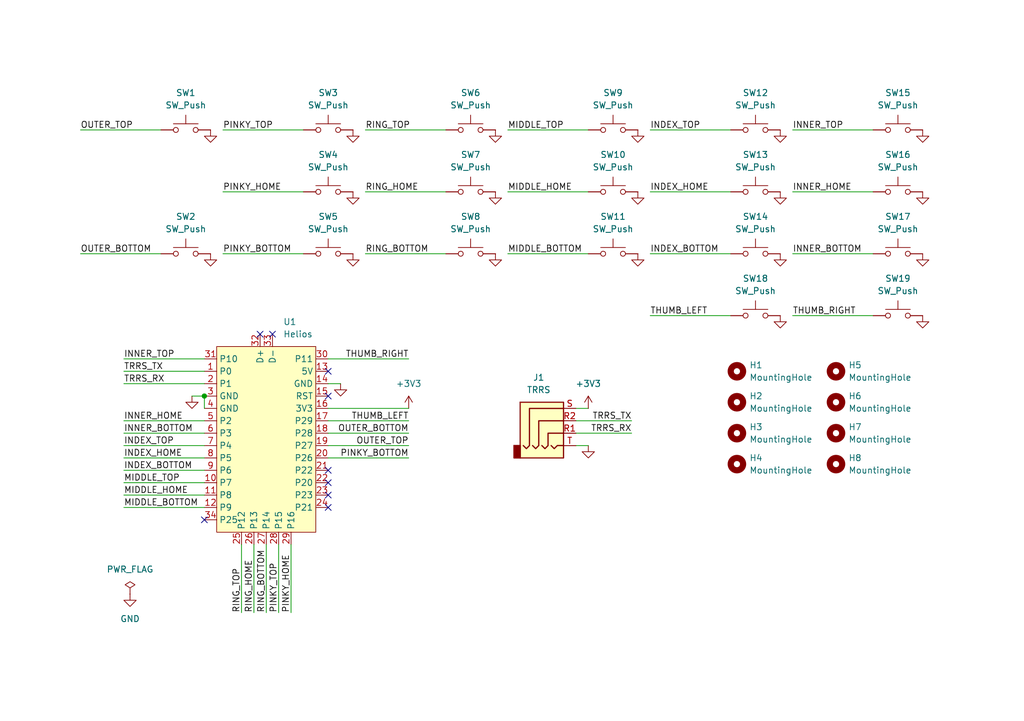
<source format=kicad_sch>
(kicad_sch (version 20231120) (generator "eeschema") (generator_version "8.0")
  (paper "A5")
  (title_block (title "Kivipallur left hand") (rev "0.1"))
  (lib_symbols
    (symbol "Connector_Audio:AudioJack4"
      (property "Reference" "J" (at 0 8.89 0))
      (property "Value" "AudioJack4" (at 0 6.35 0))
      (symbol "AudioJack4_0_1"
        (rectangle (start -6.35 -5.08) (end -7.62 -7.62) (stroke (width 0.254)) (fill (type outline)))
        (polyline (pts (xy 0 -5.08) (xy 0.635 -5.715) (xy 1.27 -5.08) (xy 2.54 -5.08)) (stroke (width 0.254)))
        (polyline (pts (xy -5.715 -5.08) (xy -5.08 -5.715) (xy -4.445 -5.08) (xy -4.445 2.54) (xy 2.54 2.54)) (stroke (width 0.254)))
        (polyline (pts (xy -1.905 -5.08) (xy -1.27 -5.715) (xy -0.635 -5.08) (xy -0.635 -2.54) (xy 2.54 -2.54)) (stroke (width 0.254)))
        (polyline (pts (xy 2.54 0) (xy -2.54 0) (xy -2.54 -5.08) (xy -3.175 -5.715) (xy -3.81 -5.08)) (stroke (width 0.254)))
        (rectangle (start 2.54 3.81) (end -6.35 -7.62) (stroke (width 0.254)) (fill (type background)))
      )
      (symbol "AudioJack4_1_1"
        (pin passive line (at 5.08 -2.54 180) (length 2.54) (name "~") (number "R1"))
        (pin passive line (at 5.08 0 180) (length 2.54) (name "~") (number "R2"))
        (pin passive line (at 5.08 2.54 180) (length 2.54) (name "~") (number "S"))
        (pin passive line (at 5.08 -5.08 180) (length 2.54) (name "~") (number "T"))
      )
    )
    (symbol "Mechanical:MountingHole" (pin_names (offset 1.016)) (exclude_from_sim yes) (in_bom no)
      (property "Reference" "H" (at 0 5.08 0))
      (property "Value" "MountingHole" (at 0 3.175 0))
      (symbol "MountingHole_0_1"
        (circle (center 0 0) (radius 1.27) (stroke (width 1.27)))
      )
    )
    (symbol "PCM_marbastlib-promicroish:Helios" (in_bom no)
      (property "Reference" "U1" (at 3.4641 24.13 0))
      (property "Value" "Helios" (at 3.4641 21.59 0))
      (symbol "Helios_0_0"
        (pin bidirectional line (at -12.7 13.97 0) (length 2.54) (name "P0") (number "1"))
        (pin bidirectional line (at -12.7 -8.89 0) (length 2.54) (name "P7") (number "10"))
        (pin bidirectional line (at -12.7 -11.43 0) (length 2.54) (name "P8") (number "11"))
        (pin bidirectional line (at -12.7 -13.97 0) (length 2.54) (name "P9") (number "12"))
        (pin bidirectional line (at 12.7 3.81 180) (length 2.54) (name "P29") (number "17"))
        (pin bidirectional line (at 12.7 1.27 180) (length 2.54) (name "P28") (number "18"))
        (pin bidirectional line (at 12.7 -1.27 180) (length 2.54) (name "P27") (number "19"))
        (pin bidirectional line (at -12.7 11.43 0) (length 2.54) (name "P1") (number "2"))
        (pin bidirectional line (at 12.7 -3.81 180) (length 2.54) (name "P26") (number "20"))
        (pin bidirectional line (at 12.7 -6.35 180) (length 2.54) (name "P22") (number "21"))
        (pin bidirectional line (at 12.7 -8.89 180) (length 2.54) (name "P20") (number "22"))
        (pin bidirectional line (at 12.7 -11.43 180) (length 2.54) (name "P23") (number "23"))
        (pin bidirectional line (at 12.7 -13.97 180) (length 2.54) (name "P21") (number "24"))
        (pin bidirectional line (at -12.7 3.81 0) (length 2.54) (name "P2") (number "5"))
        (pin bidirectional line (at -12.7 1.27 0) (length 2.54) (name "P3") (number "6"))
        (pin bidirectional line (at -12.7 -1.27 0) (length 2.54) (name "P4") (number "7"))
        (pin bidirectional line (at -12.7 -3.81 0) (length 2.54) (name "P5") (number "8"))
        (pin bidirectional line (at -12.7 -6.35 0) (length 2.54) (name "P6") (number "9"))
      )
      (symbol "Helios_1_0"
        (pin power_out line (at 12.7 13.97 180) (length 2.54) (name "5V") (number "13"))
        (pin power_in line (at 12.7 11.43 180) (length 2.54) (name "GND") (number "14"))
        (pin input line (at 12.7 8.89 180) (length 2.54) (name "RST") (number "15"))
        (pin power_out line (at 12.7 6.35 180) (length 2.54) (name "3V3") (number "16"))
        (pin bidirectional line (at -5.08 -21.59 90) (length 2.54) (name "P12") (number "25"))
        (pin bidirectional line (at -2.54 -21.59 90) (length 2.54) (name "P13") (number "26"))
        (pin bidirectional line (at 0 -21.59 90) (length 2.54) (name "P14") (number "27"))
        (pin bidirectional line (at 2.54 -21.59 90) (length 2.54) (name "P15") (number "28"))
        (pin bidirectional line (at 5.08 -21.59 90) (length 2.54) (name "P16") (number "29"))
        (pin power_in line (at -12.7 8.89 0) (length 2.54) (name "GND") (number "3"))
        (pin bidirectional line (at 12.7 16.51 180) (length 2.54) (name "P11") (number "30"))
        (pin bidirectional line (at -12.7 16.51 0) (length 2.54) (name "P10") (number "31"))
        (pin bidirectional line (at -1.27 21.59 270) (length 2.54) (name "D+") (number "32"))
        (pin bidirectional line (at 1.27 21.59 270) (length 2.54) (name "D-") (number "33"))
        (pin bidirectional line (at -12.7 -16.51 0) (length 2.54) (name "P25") (number "34"))
        (pin power_in line (at -12.7 6.35 0) (length 2.54) (name "GND") (number "4"))
      )
      (symbol "Helios_1_1"
        (rectangle (start -10.16 19.05) (end 10.16 -19.05) (fill (type background)))
      )
    )
    (symbol "Switch:SW_Push" (pin_numbers hide) (pin_names (offset 1.016) hide)
      (property "Reference" "SW" (at 1.27 2.54 0))
      (property "Value" "SW_Push" (at 0 -1.524 0))
      (symbol "SW_Push_0_1"
        (circle (center -2.032 0) (radius 0.508))
        (polyline (pts (xy 0 1.27) (xy 0 3.048)))
        (polyline (pts (xy 2.54 1.27) (xy -2.54 1.27)))
        (circle (center 2.032 0) (radius 0.508))
        (pin passive line (at -5.08 0 0) (length 2.54) (name "1") (number "1"))
        (pin passive line (at 5.08 0 180) (length 2.54) (name "2") (number "2"))
      )
    )
    (symbol "power:+3V3" (power) (pin_numbers hide) (pin_names (offset 0) hide)
      (property "Value" "+3V3" (at 0 3.556 0))
      (symbol "+3V3_0_1"
        (polyline (pts (xy -0.762 1.27) (xy 0 2.54)))
        (polyline (pts (xy 0 0) (xy 0 2.54)))
        (polyline (pts (xy 0 2.54) (xy 0.762 1.27)))
      )
      (symbol "+3V3_1_1"
        (pin power_in line (at 0 0 90) (length 0) (name "~") (number "1"))
      )
    )
    (symbol "power:GND" (power) (pin_numbers hide) (pin_names (offset 0) hide)
      (property "Value" "GND" (at 0 -3.81 0))
      (symbol "GND_0_1"
        (polyline (pts (xy 0 0) (xy 0 -1.27) (xy 1.27 -1.27) (xy 0 -2.54) (xy -1.27 -1.27) (xy 0 -1.27)))
      )
      (symbol "GND_1_1"
        (pin power_in line (at 0 0 270) (length 0) (name "~") (number "1"))
      )
    )
    (symbol "power:PWR_FLAG" (power) (pin_numbers hide) (pin_names (offset 0) hide)
      (property "Value" "PWR_FLAG" (at 0 3.81 0))
      (symbol "PWR_FLAG_0_0"
        (pin power_out line (at 0 0 90) (length 0) (name "~") (number "1"))
      )
      (symbol "PWR_FLAG_0_1"
        (polyline (pts (xy 0 0) (xy 0 1.27) (xy -1.016 1.905) (xy 0 2.54) (xy 1.016 1.905) (xy 0 1.27)))
      )
    )
  )
  (junction (at 41.91 81.28))
  (no_connect (at 67.31 81.28))
  (no_connect (at 67.31 96.52))
  (no_connect (at 53.34 68.58))
  (no_connect (at 67.31 104.14))
  (no_connect (at 67.31 76.2))
  (no_connect (at 67.31 99.06))
  (no_connect (at 41.91 106.68))
  (no_connect (at 67.31 101.6))
  (no_connect (at 55.88 68.58))
  (wire (pts (xy 16.51 52.07) (xy 33.02 52.07)))
  (wire (pts (xy 162.56 52.07) (xy 179.07 52.07)))
  (wire (pts (xy 25.4 104.14) (xy 41.91 104.14)))
  (wire (pts (xy 54.61 111.76) (xy 54.61 125.73)))
  (wire (pts (xy 133.35 26.67) (xy 149.86 26.67)))
  (wire (pts (xy 120.65 83.82) (xy 118.11 83.82)))
  (wire (pts (xy 162.56 26.67) (xy 179.07 26.67)))
  (wire (pts (xy 25.4 73.66) (xy 41.91 73.66)))
  (wire (pts (xy 16.51 26.67) (xy 33.02 26.67)))
  (wire (pts (xy 25.4 76.2) (xy 41.91 76.2)))
  (wire (pts (xy 57.15 111.76) (xy 57.15 125.73)))
  (wire (pts (xy 49.53 111.76) (xy 49.53 125.73)))
  (wire (pts (xy 133.35 52.07) (xy 149.86 52.07)))
  (wire (pts (xy 74.93 52.07) (xy 91.44 52.07)))
  (wire (pts (xy 67.31 91.44) (xy 83.82 91.44)))
  (wire (pts (xy 67.31 83.82) (xy 83.82 83.82)))
  (wire (pts (xy 162.56 64.77) (xy 179.07 64.77)))
  (wire (pts (xy 67.31 88.9) (xy 83.82 88.9)))
  (wire (pts (xy 67.31 93.98) (xy 83.82 93.98)))
  (wire (pts (xy 25.4 91.44) (xy 41.91 91.44)))
  (wire (pts (xy 25.4 86.36) (xy 41.91 86.36)))
  (wire (pts (xy 39.37 81.28) (xy 41.91 81.28)))
  (wire (pts (xy 129.54 86.36) (xy 118.11 86.36)))
  (wire (pts (xy 83.82 73.66) (xy 67.31 73.66)))
  (wire (pts (xy 45.72 26.67) (xy 62.23 26.67)))
  (wire (pts (xy 129.54 88.9) (xy 118.11 88.9)))
  (wire (pts (xy 25.4 101.6) (xy 41.91 101.6)))
  (wire (pts (xy 25.4 88.9) (xy 41.91 88.9)))
  (wire (pts (xy 104.14 52.07) (xy 120.65 52.07)))
  (wire (pts (xy 120.65 91.44) (xy 118.11 91.44)))
  (wire (pts (xy 74.93 39.37) (xy 91.44 39.37)))
  (wire (pts (xy 25.4 93.98) (xy 41.91 93.98)))
  (wire (pts (xy 41.91 81.28) (xy 41.91 83.82)))
  (wire (pts (xy 45.72 39.37) (xy 62.23 39.37)))
  (wire (pts (xy 25.4 99.06) (xy 41.91 99.06)))
  (wire (pts (xy 104.14 39.37) (xy 120.65 39.37)))
  (wire (pts (xy 74.93 26.67) (xy 91.44 26.67)))
  (wire (pts (xy 25.4 78.74) (xy 41.91 78.74)))
  (wire (pts (xy 133.35 64.77) (xy 149.86 64.77)))
  (wire (pts (xy 59.69 111.76) (xy 59.69 125.73)))
  (wire (pts (xy 52.07 111.76) (xy 52.07 125.73)))
  (wire (pts (xy 67.31 78.74) (xy 69.85 78.74)))
  (wire (pts (xy 133.35 39.37) (xy 149.86 39.37)))
  (wire (pts (xy 104.14 26.67) (xy 120.65 26.67)))
  (wire (pts (xy 45.72 52.07) (xy 62.23 52.07)))
  (wire (pts (xy 162.56 39.37) (xy 179.07 39.37)))
  (wire (pts (xy 67.31 86.36) (xy 83.82 86.36)))
  (wire (pts (xy 25.4 96.52) (xy 41.91 96.52)))
  (label "PINKY_HOME" (at 45.72 39.37 0))
  (label "MIDDLE_TOP" (at 25.4 99.06 0))
  (label "TRRS_TX" (at 129.54 86.36 180))
  (label "RING_TOP" (at 49.53 125.73 90))
  (label "PINKY_TOP" (at 45.72 26.67 0))
  (label "INDEX_TOP" (at 133.35 26.67 0))
  (label "RING_HOME" (at 74.93 39.37 0))
  (label "INDEX_HOME" (at 25.4 93.98 0))
  (label "MIDDLE_TOP" (at 104.14 26.67 0))
  (label "INNER_HOME" (at 25.4 86.36 0))
  (label "RING_TOP" (at 74.93 26.67 0))
  (label "INNER_TOP" (at 25.4 73.66 0))
  (label "THUMB_RIGHT" (at 162.56 64.77 0))
  (label "INDEX_BOTTOM" (at 25.4 96.52 0))
  (label "MIDDLE_HOME" (at 104.14 39.37 0))
  (label "INDEX_BOTTOM" (at 133.35 52.07 0))
  (label "INNER_TOP" (at 162.56 26.67 0))
  (label "PINKY_BOTTOM" (at 83.82 93.98 180))
  (label "INNER_BOTTOM" (at 25.4 88.9 0))
  (label "PINKY_TOP" (at 57.15 125.73 90))
  (label "THUMB_LEFT" (at 133.35 64.77 0))
  (label "INDEX_HOME" (at 133.35 39.37 0))
  (label "INDEX_TOP" (at 25.4 91.44 0))
  (label "TRRS_RX" (at 25.4 78.74 0))
  (label "RING_HOME" (at 52.07 125.73 90))
  (label "OUTER_TOP" (at 83.82 91.44 180))
  (label "INNER_HOME" (at 162.56 39.37 0))
  (label "PINKY_HOME" (at 59.69 125.73 90))
  (label "OUTER_TOP" (at 16.51 26.67 0))
  (label "TRRS_RX" (at 129.54 88.9 180))
  (label "RING_BOTTOM" (at 54.61 125.73 90))
  (label "OUTER_BOTTOM" (at 83.82 88.9 180))
  (label "THUMB_LEFT" (at 83.82 86.36 180))
  (label "OUTER_BOTTOM" (at 16.51 52.07 0))
  (label "MIDDLE_BOTTOM" (at 104.14 52.07 0))
  (label "TRRS_TX" (at 25.4 76.2 0))
  (label "PINKY_BOTTOM" (at 45.72 52.07 0))
  (label "THUMB_RIGHT" (at 83.82 73.66 180))
  (label "INNER_BOTTOM" (at 162.56 52.07 0))
  (label "RING_BOTTOM" (at 74.93 52.07 0))
  (label "MIDDLE_HOME" (at 25.4 101.6 0))
  (label "MIDDLE_BOTTOM" (at 25.4 104.14 0))
  (symbol (lib_id "power:GND") (at 101.6 26.67 0) (unit 1)
    (property "Reference" "#PWR09" (effects (hide yes)))
    (property "Value" "GND" (effects (hide yes)))
    (property "Description" "Power symbol creates a global label with name \"GND\" , ground" (effects (hide yes)))
  )
  (symbol (lib_id "power:+3V3") (at 120.65 83.82 0) (unit 1)
    (property "Reference" "#PWR024" (effects (hide yes)))
    (property "Value" "+3V3" (at 120.65 78.74 0))
    (property "Description" "Power symbol creates a global label with name \"+3V3\"" (effects (hide yes)))
  )
  (symbol (lib_id "Mechanical:MountingHole") (at 171.45 88.9 0) (unit 1) (exclude_from_sim yes) (in_bom no)
    (property "Reference" "H7" (at 173.99 87.6299 0) (effects (justify left)))
    (property "Value" "MountingHole" (at 173.99 90.1699 0) (effects (justify left)))
    (property "Footprint" "MountingHole:MountingHole_2.2mm_M2_Pad" (effects (hide yes)))
    (property "Description" "Mounting Hole without connection" (effects (hide yes)))
  )
  (symbol (lib_id "power:GND") (at 189.23 52.07 0) (unit 1)
    (property "Reference" "#PWR020" (effects (hide yes)))
    (property "Value" "GND" (effects (hide yes)))
    (property "Description" "Power symbol creates a global label with name \"GND\" , ground" (effects (hide yes)))
  )
  (symbol (lib_id "power:GND") (at 160.02 52.07 0) (unit 1)
    (property "Reference" "#PWR017" (effects (hide yes)))
    (property "Value" "GND" (effects (hide yes)))
    (property "Description" "Power symbol creates a global label with name \"GND\" , ground" (effects (hide yes)))
  )
  (symbol (lib_id "Switch:SW_Push") (at 96.52 52.07 0) (unit 1)
    (property "Reference" "SW8" (at 96.52 44.45 0))
    (property "Value" "SW_Push" (at 96.52 46.99 0))
    (property "Footprint" "keyswitches:Kailh_socket_PG1350_optional" (effects (hide yes)))
    (property "Description" "Push button switch, generic, two pins" (effects (hide yes)))
  )
  (symbol (lib_id "power:GND") (at 43.18 52.07 0) (unit 1)
    (property "Reference" "#PWR02" (effects (hide yes)))
    (property "Value" "GND" (effects (hide yes)))
    (property "Description" "Power symbol creates a global label with name \"GND\" , ground" (effects (hide yes)))
  )
  (symbol (lib_id "power:GND") (at 26.67 121.92 0) (unit 1)
    (property "Reference" "#PWR025" (effects (hide yes)))
    (property "Value" "GND" (at 26.67 127 0))
    (property "Description" "Power symbol creates a global label with name \"GND\" , ground" (effects (hide yes)))
  )
  (symbol (lib_id "Switch:SW_Push") (at 67.31 26.67 0) (unit 1)
    (property "Reference" "SW3" (at 67.31 19.05 0))
    (property "Value" "SW_Push" (at 67.31 21.59 0))
    (property "Footprint" "keyswitches:Kailh_socket_PG1350_optional" (effects (hide yes)))
    (property "Description" "Push button switch, generic, two pins" (effects (hide yes)))
  )
  (symbol (lib_id "Switch:SW_Push") (at 154.94 39.37 0) (unit 1)
    (property "Reference" "SW13" (at 154.94 31.75 0))
    (property "Value" "SW_Push" (at 154.94 34.29 0))
    (property "Footprint" "keyswitches:Kailh_socket_PG1350_optional" (effects (hide yes)))
    (property "Description" "Push button switch, generic, two pins" (effects (hide yes)))
  )
  (symbol (lib_id "Switch:SW_Push") (at 154.94 52.07 0) (unit 1)
    (property "Reference" "SW14" (at 154.94 44.45 0))
    (property "Value" "SW_Push" (at 154.94 46.99 0))
    (property "Footprint" "keyswitches:Kailh_socket_PG1350_optional" (effects (hide yes)))
    (property "Description" "Push button switch, generic, two pins" (effects (hide yes)))
  )
  (symbol (lib_id "Connector_Audio:AudioJack4") (at 113.03 86.36 0) (unit 1)
    (property "Reference" "J1" (at 110.49 77.47 0))
    (property "Value" "TRRS" (at 110.49 80.01 0))
    (property "Footprint" "Keebio-Parts:TRRS-PJ-320A" (effects (hide yes)))
    (property "Description" "Audio Jack, 4 Poles (TRRS)" (effects (hide yes)))
  )
  (symbol (lib_id "power:GND") (at 189.23 26.67 0) (unit 1)
    (property "Reference" "#PWR018" (effects (hide yes)))
    (property "Value" "GND" (effects (hide yes)))
    (property "Description" "Power symbol creates a global label with name \"GND\" , ground" (effects (hide yes)))
  )
  (symbol (lib_id "power:GND") (at 130.81 26.67 0) (unit 1)
    (property "Reference" "#PWR012" (effects (hide yes)))
    (property "Value" "GND" (effects (hide yes)))
    (property "Description" "Power symbol creates a global label with name \"GND\" , ground" (effects (hide yes)))
  )
  (symbol (lib_id "Switch:SW_Push") (at 125.73 52.07 0) (unit 1)
    (property "Reference" "SW11" (at 125.73 44.45 0))
    (property "Value" "SW_Push" (at 125.73 46.99 0))
    (property "Footprint" "keyswitches:Kailh_socket_PG1350_optional" (effects (hide yes)))
    (property "Description" "Push button switch, generic, two pins" (effects (hide yes)))
  )
  (symbol (lib_id "power:GND") (at 189.23 39.37 0) (unit 1)
    (property "Reference" "#PWR019" (effects (hide yes)))
    (property "Value" "GND" (effects (hide yes)))
    (property "Description" "Power symbol creates a global label with name \"GND\" , ground" (effects (hide yes)))
  )
  (symbol (lib_id "Switch:SW_Push") (at 38.1 52.07 0) (unit 1)
    (property "Reference" "SW2" (at 38.1 44.45 0))
    (property "Value" "SW_Push" (at 38.1 46.99 0))
    (property "Footprint" "keyswitches:Kailh_socket_PG1350_optional" (effects (hide yes)))
    (property "Description" "Push button switch, generic, two pins" (effects (hide yes)))
  )
  (symbol (lib_id "power:GND") (at 160.02 64.77 0) (unit 1)
    (property "Reference" "#PWR021" (effects (hide yes)))
    (property "Value" "GND" (effects (hide yes)))
    (property "Description" "Power symbol creates a global label with name \"GND\" , ground" (effects (hide yes)))
  )
  (symbol (lib_id "Mechanical:MountingHole") (at 171.45 82.55 0) (unit 1) (exclude_from_sim yes) (in_bom no)
    (property "Reference" "H6" (at 173.99 81.2799 0) (effects (justify left)))
    (property "Value" "MountingHole" (at 173.99 83.8199 0) (effects (justify left)))
    (property "Footprint" "MountingHole:MountingHole_2.2mm_M2_Pad" (effects (hide yes)))
    (property "Description" "Mounting Hole without connection" (effects (hide yes)))
  )
  (symbol (lib_id "power:GND") (at 72.39 26.67 0) (unit 1)
    (property "Reference" "#PWR06" (effects (hide yes)))
    (property "Value" "GND" (effects (hide yes)))
    (property "Description" "Power symbol creates a global label with name \"GND\" , ground" (effects (hide yes)))
  )
  (symbol (lib_id "Switch:SW_Push") (at 67.31 52.07 0) (unit 1)
    (property "Reference" "SW5" (at 67.31 44.45 0))
    (property "Value" "SW_Push" (at 67.31 46.99 0))
    (property "Footprint" "keyswitches:Kailh_socket_PG1350_optional" (effects (hide yes)))
    (property "Description" "Push button switch, generic, two pins" (effects (hide yes)))
  )
  (symbol (lib_id "Switch:SW_Push") (at 154.94 26.67 0) (unit 1)
    (property "Reference" "SW12" (at 154.94 19.05 0))
    (property "Value" "SW_Push" (at 154.94 21.59 0))
    (property "Footprint" "keyswitches:Kailh_socket_PG1350_optional" (effects (hide yes)))
    (property "Description" "Push button switch, generic, two pins" (effects (hide yes)))
  )
  (symbol (lib_id "Switch:SW_Push") (at 184.15 26.67 0) (unit 1)
    (property "Reference" "SW15" (at 184.15 19.05 0))
    (property "Value" "SW_Push" (at 184.15 21.59 0))
    (property "Footprint" "keyswitches:Kailh_socket_PG1350_optional" (effects (hide yes)))
    (property "Description" "Push button switch, generic, two pins" (effects (hide yes)))
  )
  (symbol (lib_id "Switch:SW_Push") (at 67.31 39.37 0) (unit 1)
    (property "Reference" "SW4" (at 67.31 31.75 0))
    (property "Value" "SW_Push" (at 67.31 34.29 0))
    (property "Footprint" "keyswitches:Kailh_socket_PG1350_optional" (effects (hide yes)))
    (property "Description" "Push button switch, generic, two pins" (effects (hide yes)))
  )
  (symbol (lib_id "Mechanical:MountingHole") (at 151.13 82.55 0) (unit 1) (exclude_from_sim yes) (in_bom no)
    (property "Reference" "H2" (at 153.67 81.2799 0) (effects (justify left)))
    (property "Value" "MountingHole" (at 153.67 83.8199 0) (effects (justify left)))
    (property "Footprint" "MountingHole:MountingHole_2.2mm_M2_Pad" (effects (hide yes)))
    (property "Description" "Mounting Hole without connection" (effects (hide yes)))
  )
  (symbol (lib_id "power:GND") (at 189.23 64.77 0) (unit 1)
    (property "Reference" "#PWR022" (effects (hide yes)))
    (property "Value" "GND" (effects (hide yes)))
    (property "Description" "Power symbol creates a global label with name \"GND\" , ground" (effects (hide yes)))
  )
  (symbol (lib_id "Mechanical:MountingHole") (at 151.13 95.25 0) (unit 1) (exclude_from_sim yes) (in_bom no)
    (property "Reference" "H4" (at 153.67 93.9799 0) (effects (justify left)))
    (property "Value" "MountingHole" (at 153.67 96.5199 0) (effects (justify left)))
    (property "Footprint" "MountingHole:MountingHole_2.2mm_M2_Pad" (effects (hide yes)))
    (property "Description" "Mounting Hole without connection" (effects (hide yes)))
  )
  (symbol (lib_id "Switch:SW_Push") (at 38.1 26.67 0) (unit 1)
    (property "Reference" "SW1" (at 38.1 19.05 0))
    (property "Value" "SW_Push" (at 38.1 21.59 0))
    (property "Footprint" "keyswitches:Kailh_socket_PG1350_optional" (effects (hide yes)))
    (property "Description" "Push button switch, generic, two pins" (effects (hide yes)))
  )
  (symbol (lib_id "Mechanical:MountingHole") (at 151.13 88.9 0) (unit 1) (exclude_from_sim yes) (in_bom no)
    (property "Reference" "H3" (at 153.67 87.6299 0) (effects (justify left)))
    (property "Value" "MountingHole" (at 153.67 90.1699 0) (effects (justify left)))
    (property "Footprint" "MountingHole:MountingHole_2.2mm_M2_Pad" (effects (hide yes)))
    (property "Description" "Mounting Hole without connection" (effects (hide yes)))
  )
  (symbol (lib_id "power:GND") (at 160.02 39.37 0) (unit 1)
    (property "Reference" "#PWR016" (effects (hide yes)))
    (property "Value" "GND" (effects (hide yes)))
    (property "Description" "Power symbol creates a global label with name \"GND\" , ground" (effects (hide yes)))
  )
  (symbol (lib_id "PCM_marbastlib-promicroish:Helios") (at 54.61 90.17 0) (unit 1) (in_bom no)
    (property "Reference" "U1" (at 58.0741 66.04 0) (effects (justify left)))
    (property "Value" "Helios" (at 58.0741 68.58 0) (effects (justify left)))
    (property "Footprint" "PCM_marbastlib-xp-promicroish:Helios_AC" (effects (hide yes)))
    (property "Datasheet" "https://github.com/0xCB-dev/0xCB-Helios" (effects (hide yes)))
    (property "Description" "Symbol for an 0xCB Helios" (effects (hide yes)))
  )
  (symbol (lib_id "Switch:SW_Push") (at 125.73 39.37 0) (unit 1)
    (property "Reference" "SW10" (at 125.73 31.75 0))
    (property "Value" "SW_Push" (at 125.73 34.29 0))
    (property "Footprint" "keyswitches:Kailh_socket_PG1350_optional" (effects (hide yes)))
    (property "Description" "Push button switch, generic, two pins" (effects (hide yes)))
  )
  (symbol (lib_id "power:GND") (at 101.6 52.07 0) (unit 1)
    (property "Reference" "#PWR011" (effects (hide yes)))
    (property "Value" "GND" (effects (hide yes)))
    (property "Description" "Power symbol creates a global label with name \"GND\" , ground" (effects (hide yes)))
  )
  (symbol (lib_id "power:GND") (at 120.65 91.44 0) (unit 1)
    (property "Reference" "#PWR023" (effects (hide yes)))
    (property "Value" "GND" (effects (hide yes)))
    (property "Description" "Power symbol creates a global label with name \"GND\" , ground" (effects (hide yes)))
  )
  (symbol (lib_id "power:GND") (at 72.39 39.37 0) (unit 1)
    (property "Reference" "#PWR07" (effects (hide yes)))
    (property "Value" "GND" (effects (hide yes)))
    (property "Description" "Power symbol creates a global label with name \"GND\" , ground" (effects (hide yes)))
  )
  (symbol (lib_id "power:GND") (at 69.85 78.74 0) (unit 1)
    (property "Reference" "#PWR04" (effects (hide yes)))
    (property "Value" "GND" (effects (hide yes)))
    (property "Description" "Power symbol creates a global label with name \"GND\" , ground" (effects (hide yes)))
  )
  (symbol (lib_id "Mechanical:MountingHole") (at 171.45 76.2 0) (unit 1) (exclude_from_sim yes) (in_bom no)
    (property "Reference" "H5" (at 173.99 74.9299 0) (effects (justify left)))
    (property "Value" "MountingHole" (at 173.99 77.4699 0) (effects (justify left)))
    (property "Footprint" "MountingHole:MountingHole_2.2mm_M2_Pad" (effects (hide yes)))
    (property "Description" "Mounting Hole without connection" (effects (hide yes)))
  )
  (symbol (lib_id "power:GND") (at 39.37 81.28 0) (unit 1)
    (property "Reference" "#PWR03" (effects (hide yes)))
    (property "Value" "GND" (effects (hide yes)))
    (property "Description" "Power symbol creates a global label with name \"GND\" , ground" (effects (hide yes)))
  )
  (symbol (lib_id "Switch:SW_Push") (at 96.52 26.67 0) (unit 1)
    (property "Reference" "SW6" (at 96.52 19.05 0))
    (property "Value" "SW_Push" (at 96.52 21.59 0))
    (property "Footprint" "keyswitches:Kailh_socket_PG1350_optional" (effects (hide yes)))
    (property "Description" "Push button switch, generic, two pins" (effects (hide yes)))
  )
  (symbol (lib_id "power:GND") (at 130.81 52.07 0) (unit 1)
    (property "Reference" "#PWR014" (effects (hide yes)))
    (property "Value" "GND" (effects (hide yes)))
    (property "Description" "Power symbol creates a global label with name \"GND\" , ground" (effects (hide yes)))
  )
  (symbol (lib_id "Switch:SW_Push") (at 184.15 64.77 0) (unit 1)
    (property "Reference" "SW19" (at 184.15 57.15 0))
    (property "Value" "SW_Push" (at 184.15 59.69 0))
    (property "Footprint" "keyswitches:Kailh_socket_PG1350_optional" (effects (hide yes)))
    (property "Description" "Push button switch, generic, two pins" (effects (hide yes)))
  )
  (symbol (lib_id "power:GND") (at 160.02 26.67 0) (unit 1)
    (property "Reference" "#PWR015" (effects (hide yes)))
    (property "Value" "GND" (effects (hide yes)))
    (property "Description" "Power symbol creates a global label with name \"GND\" , ground" (effects (hide yes)))
  )
  (symbol (lib_id "power:PWR_FLAG") (at 26.67 121.92 0) (unit 1)
    (property "Reference" "#FLG01" (effects (hide yes)))
    (property "Value" "PWR_FLAG" (at 26.67 116.84 0))
    (property "Description" "Special symbol for telling ERC where power comes from" (effects (hide yes)))
  )
  (symbol (lib_id "power:+3V3") (at 83.82 83.82 0) (unit 1)
    (property "Reference" "#PWR05" (effects (hide yes)))
    (property "Value" "+3V3" (at 83.82 78.74 0))
    (property "Description" "Power symbol creates a global label with name \"+3V3\"" (effects (hide yes)))
  )
  (symbol (lib_id "Switch:SW_Push") (at 184.15 52.07 0) (unit 1)
    (property "Reference" "SW17" (at 184.15 44.45 0))
    (property "Value" "SW_Push" (at 184.15 46.99 0))
    (property "Footprint" "keyswitches:Kailh_socket_PG1350_optional" (effects (hide yes)))
    (property "Description" "Push button switch, generic, two pins" (effects (hide yes)))
  )
  (symbol (lib_id "Mechanical:MountingHole") (at 151.13 76.2 0) (unit 1) (exclude_from_sim yes) (in_bom no)
    (property "Reference" "H1" (at 153.67 74.9299 0) (effects (justify left)))
    (property "Value" "MountingHole" (at 153.67 77.4699 0) (effects (justify left)))
    (property "Footprint" "MountingHole:MountingHole_2.2mm_M2_Pad" (effects (hide yes)))
    (property "Description" "Mounting Hole without connection" (effects (hide yes)))
  )
  (symbol (lib_id "power:GND") (at 130.81 39.37 0) (unit 1)
    (property "Reference" "#PWR013" (effects (hide yes)))
    (property "Value" "GND" (effects (hide yes)))
    (property "Description" "Power symbol creates a global label with name \"GND\" , ground" (effects (hide yes)))
  )
  (symbol (lib_id "Mechanical:MountingHole") (at 171.45 95.25 0) (unit 1) (exclude_from_sim yes) (in_bom no)
    (property "Reference" "H8" (at 173.99 93.9799 0) (effects (justify left)))
    (property "Value" "MountingHole" (at 173.99 96.5199 0) (effects (justify left)))
    (property "Footprint" "MountingHole:MountingHole_2.2mm_M2_Pad" (effects (hide yes)))
    (property "Description" "Mounting Hole without connection" (effects (hide yes)))
  )
  (symbol (lib_id "power:GND") (at 72.39 52.07 0) (unit 1)
    (property "Reference" "#PWR08" (effects (hide yes)))
    (property "Value" "GND" (effects (hide yes)))
    (property "Description" "Power symbol creates a global label with name \"GND\" , ground" (effects (hide yes)))
  )
  (symbol (lib_id "power:GND") (at 43.18 26.67 0) (unit 1)
    (property "Reference" "#PWR01" (effects (hide yes)))
    (property "Value" "GND" (effects (hide yes)))
    (property "Description" "Power symbol creates a global label with name \"GND\" , ground" (effects (hide yes)))
  )
  (symbol (lib_id "power:GND") (at 101.6 39.37 0) (unit 1)
    (property "Reference" "#PWR010" (effects (hide yes)))
    (property "Value" "GND" (effects (hide yes)))
    (property "Description" "Power symbol creates a global label with name \"GND\" , ground" (effects (hide yes)))
  )
  (symbol (lib_id "Switch:SW_Push") (at 184.15 39.37 0) (unit 1)
    (property "Reference" "SW16" (at 184.15 31.75 0))
    (property "Value" "SW_Push" (at 184.15 34.29 0))
    (property "Footprint" "keyswitches:Kailh_socket_PG1350_optional" (effects (hide yes)))
    (property "Description" "Push button switch, generic, two pins" (effects (hide yes)))
  )
  (symbol (lib_id "Switch:SW_Push") (at 125.73 26.67 0) (unit 1)
    (property "Reference" "SW9" (at 125.73 19.05 0))
    (property "Value" "SW_Push" (at 125.73 21.59 0))
    (property "Footprint" "keyswitches:Kailh_socket_PG1350_optional" (effects (hide yes)))
    (property "Description" "Push button switch, generic, two pins" (effects (hide yes)))
  )
  (symbol (lib_id "Switch:SW_Push") (at 154.94 64.77 0) (unit 1)
    (property "Reference" "SW18" (at 154.94 57.15 0))
    (property "Value" "SW_Push" (at 154.94 59.69 0))
    (property "Footprint" "keyswitches:Kailh_socket_PG1350_optional" (effects (hide yes)))
    (property "Description" "Push button switch, generic, two pins" (effects (hide yes)))
  )
  (symbol (lib_id "Switch:SW_Push") (at 96.52 39.37 0) (unit 1)
    (property "Reference" "SW7" (at 96.52 31.75 0))
    (property "Value" "SW_Push" (at 96.52 34.29 0))
    (property "Footprint" "keyswitches:Kailh_socket_PG1350_optional" (effects (hide yes)))
    (property "Description" "Push button switch, generic, two pins" (effects (hide yes)))
  )
)
</source>
